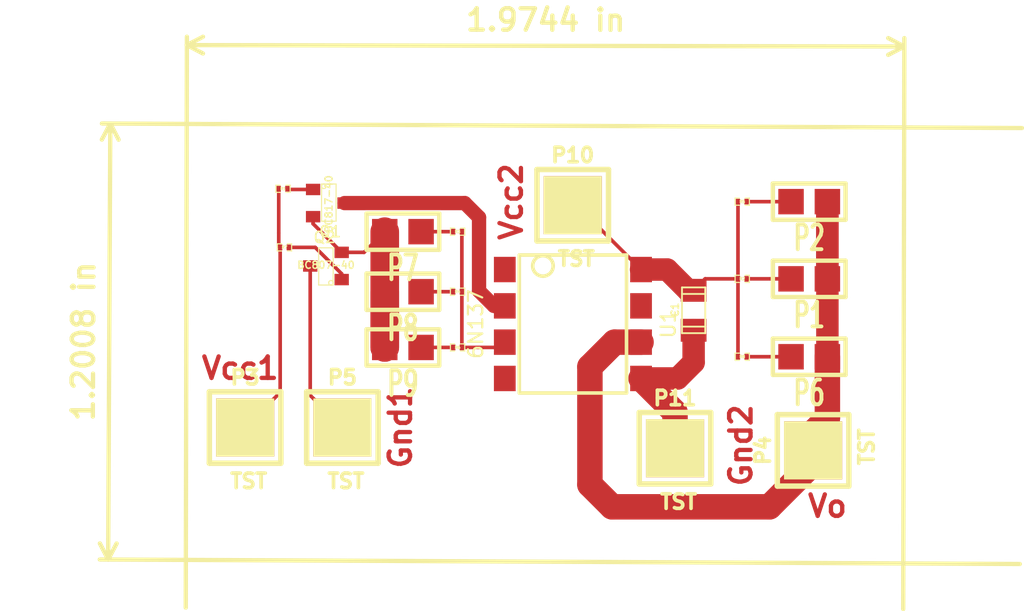
<source format=kicad_pcb>
(kicad_pcb (version 3) (host pcbnew "(2013-07-07 BZR 4022)-stable")

  (general
    (links 30)
    (no_connects 0)
    (area 33.307144 31.36088 80.78804 58)
    (thickness 1.6)
    (drawings 7)
    (tracks 59)
    (zones 0)
    (modules 23)
    (nets 17)
  )

  (page A3)
  (layers
    (15 F.Cu signal)
    (0 B.Cu signal)
    (16 B.Adhes user)
    (17 F.Adhes user)
    (18 B.Paste user)
    (19 F.Paste user)
    (20 B.SilkS user)
    (21 F.SilkS user)
    (22 B.Mask user)
    (23 F.Mask user)
    (24 Dwgs.User user)
    (25 Cmts.User user)
    (26 Eco1.User user)
    (27 Eco2.User user)
    (28 Edge.Cuts user)
  )

  (setup
    (last_trace_width 0.254)
    (user_trace_width 1)
    (user_trace_width 1.57)
    (user_trace_width 1.78)
    (user_trace_width 2)
    (user_trace_width 3)
    (trace_clearance 0.254)
    (zone_clearance 0.508)
    (zone_45_only no)
    (trace_min 0.254)
    (segment_width 0.2)
    (edge_width 0.1)
    (via_size 0.889)
    (via_drill 0.635)
    (via_min_size 0.889)
    (via_min_drill 0.508)
    (uvia_size 0.508)
    (uvia_drill 0.127)
    (uvias_allowed no)
    (uvia_min_size 0.508)
    (uvia_min_drill 0.127)
    (pcb_text_width 0.3)
    (pcb_text_size 1.5 1.5)
    (mod_edge_width 0.25)
    (mod_text_size 1 1)
    (mod_text_width 0.15)
    (pad_size 1.78 1.78)
    (pad_drill 0)
    (pad_to_mask_clearance 0)
    (aux_axis_origin 0 0)
    (visible_elements FFFFFFBF)
    (pcbplotparams
      (layerselection 3178497)
      (usegerberextensions true)
      (excludeedgelayer true)
      (linewidth 0.150000)
      (plotframeref false)
      (viasonmask false)
      (mode 1)
      (useauxorigin false)
      (hpglpennumber 1)
      (hpglpenspeed 20)
      (hpglpendiameter 15)
      (hpglpenoverlay 2)
      (psnegative false)
      (psa4output false)
      (plotreference true)
      (plotvalue true)
      (plotothertext true)
      (plotinvisibletext false)
      (padsonsilk false)
      (subtractmaskfromsilk false)
      (outputformat 1)
      (mirror false)
      (drillshape 1)
      (scaleselection 1)
      (outputdirectory ""))
  )

  (net 0 "")
  (net 1 /VO)
  (net 2 GND)
  (net 3 GNDPWR)
  (net 4 N-000001)
  (net 5 N-0000011)
  (net 6 N-0000012)
  (net 7 N-0000016)
  (net 8 N-0000017)
  (net 9 N-0000018)
  (net 10 N-000002)
  (net 11 N-000003)
  (net 12 N-000006)
  (net 13 N-000007)
  (net 14 N-000008)
  (net 15 VAA)
  (net 16 VCC)

  (net_class Default "This is the default net class."
    (clearance 0.254)
    (trace_width 0.254)
    (via_dia 0.889)
    (via_drill 0.635)
    (uvia_dia 0.508)
    (uvia_drill 0.127)
    (add_net "")
    (add_net /VO)
    (add_net GND)
    (add_net GNDPWR)
    (add_net N-000001)
    (add_net N-0000011)
    (add_net N-0000012)
    (add_net N-0000016)
    (add_net N-0000017)
    (add_net N-0000018)
    (add_net N-000002)
    (add_net N-000003)
    (add_net N-000006)
    (add_net N-000007)
    (add_net N-000008)
    (add_net VAA)
    (add_net VCC)
  )

  (net_class ancho ""
    (clearance 0.254)
    (trace_width 2)
    (via_dia 0.889)
    (via_drill 0.635)
    (uvia_dia 0.508)
    (uvia_drill 0.127)
  )

  (module SOT23 (layer F.Cu) (tedit 5051A6D7) (tstamp 53161E58)
    (at 42.3 35.6 270)
    (tags SOT23)
    (path /53155AE4)
    (fp_text reference Q1 (at 1.99898 -0.09906 360) (layer F.SilkS)
      (effects (font (size 0.762 0.762) (thickness 0.11938)))
    )
    (fp_text value BC817-40 (at 0.0635 0 270) (layer F.SilkS)
      (effects (font (size 0.50038 0.50038) (thickness 0.09906)))
    )
    (fp_circle (center -1.17602 0.35052) (end -1.30048 0.44958) (layer F.SilkS) (width 0.07874))
    (fp_line (start 1.27 -0.508) (end 1.27 0.508) (layer F.SilkS) (width 0.07874))
    (fp_line (start -1.3335 -0.508) (end -1.3335 0.508) (layer F.SilkS) (width 0.07874))
    (fp_line (start 1.27 0.508) (end -1.3335 0.508) (layer F.SilkS) (width 0.07874))
    (fp_line (start -1.3335 -0.508) (end 1.27 -0.508) (layer F.SilkS) (width 0.07874))
    (pad 3 smd rect (at 0 -1.09982 270) (size 0.8001 1.00076)
      (layers F.Cu F.Paste F.Mask)
      (net 15 VAA)
    )
    (pad 2 smd rect (at 0.9525 1.09982 270) (size 0.8001 1.00076)
      (layers F.Cu F.Paste F.Mask)
      (net 5 N-0000011)
    )
    (pad 1 smd rect (at -0.9525 1.09982 270) (size 0.8001 1.00076)
      (layers F.Cu F.Paste F.Mask)
      (net 11 N-000003)
    )
    (model smd\SOT23_3.wrl
      (at (xyz 0 0 0))
      (scale (xyz 0.4 0.4 0.4))
      (rotate (xyz 0 0 180))
    )
  )

  (module SOT23 (layer F.Cu) (tedit 53162179) (tstamp 53161E64)
    (at 42.1 40 90)
    (tags SOT23)
    (path /53155AF3)
    (fp_text reference Q2 (at 1.99898 -0.09906 180) (layer F.SilkS)
      (effects (font (size 0.762 0.762) (thickness 0.11938)))
    )
    (fp_text value BC807-40 (at 0.0635 0 180) (layer F.SilkS)
      (effects (font (size 0.50038 0.50038) (thickness 0.09906)))
    )
    (fp_circle (center -1.17602 0.35052) (end -1.30048 0.44958) (layer F.SilkS) (width 0.07874))
    (fp_line (start 1.27 -0.508) (end 1.27 0.508) (layer F.SilkS) (width 0.07874))
    (fp_line (start -1.3335 -0.508) (end -1.3335 0.508) (layer F.SilkS) (width 0.07874))
    (fp_line (start 1.27 0.508) (end -1.3335 0.508) (layer F.SilkS) (width 0.07874))
    (fp_line (start -1.3335 -0.508) (end 1.27 -0.508) (layer F.SilkS) (width 0.07874))
    (pad 3 smd rect (at 0 -1.09982 90) (size 0.8001 1.00076)
      (layers F.Cu F.Paste F.Mask)
      (net 3 GNDPWR)
    )
    (pad 2 smd rect (at 0.9525 1.09982 90) (size 0.8001 1.00076)
      (layers F.Cu F.Paste F.Mask)
      (net 5 N-0000011)
    )
    (pad 1 smd rect (at -0.9525 1.09982 90) (size 0.8001 1.00076)
      (layers F.Cu F.Paste F.Mask)
      (net 4 N-000001)
    )
    (model smd\SOT23_3.wrl
      (at (xyz 0 0 0))
      (scale (xyz 0.4 0.4 0.4))
      (rotate (xyz 0 0 180))
    )
  )

  (module SM0201_r (layer F.Cu) (tedit 5141B606) (tstamp 53161E71)
    (at 51.3 37.6)
    (path /53155B2C)
    (attr smd)
    (fp_text reference R3 (at 0 0) (layer F.SilkS)
      (effects (font (size 0.2 0.2) (thickness 0.05)))
    )
    (fp_text value 820 (at 0 0) (layer F.SilkS) hide
      (effects (font (size 0.2 0.2) (thickness 0.05)))
    )
    (fp_line (start 0.2 -0.25) (end 0.45 -0.25) (layer F.SilkS) (width 0.08))
    (fp_line (start 0.45 -0.25) (end 0.5 -0.25) (layer F.SilkS) (width 0.08))
    (fp_line (start 0.5 -0.25) (end 0.5 0.25) (layer F.SilkS) (width 0.08))
    (fp_line (start 0.5 0.25) (end 0.2 0.25) (layer F.SilkS) (width 0.08))
    (fp_line (start -0.2 -0.25) (end -0.5 -0.25) (layer F.SilkS) (width 0.08))
    (fp_line (start -0.5 -0.25) (end -0.5 0.25) (layer F.SilkS) (width 0.08))
    (fp_line (start -0.5 0.25) (end -0.2 0.25) (layer F.SilkS) (width 0.08))
    (pad 1 smd rect (at -0.3 0) (size 0.3 0.4)
      (layers F.Cu F.Paste F.Mask)
      (net 7 N-0000016)
    )
    (pad 2 smd rect (at 0.3 0) (size 0.3 0.4)
      (layers F.Cu F.Paste F.Mask)
      (net 9 N-0000018)
    )
    (model smd/resistors/R0201.wrl
      (at (xyz 0 0 0))
      (scale (xyz 0.18 0.18 0.18))
      (rotate (xyz 0 0 0))
    )
  )

  (module SM0201_r (layer F.Cu) (tedit 5141B606) (tstamp 53161E7E)
    (at 51.3 41.8)
    (path /53155B5C)
    (attr smd)
    (fp_text reference R4 (at 0 0) (layer F.SilkS)
      (effects (font (size 0.2 0.2) (thickness 0.05)))
    )
    (fp_text value 390 (at 0 0) (layer F.SilkS) hide
      (effects (font (size 0.2 0.2) (thickness 0.05)))
    )
    (fp_line (start 0.2 -0.25) (end 0.45 -0.25) (layer F.SilkS) (width 0.08))
    (fp_line (start 0.45 -0.25) (end 0.5 -0.25) (layer F.SilkS) (width 0.08))
    (fp_line (start 0.5 -0.25) (end 0.5 0.25) (layer F.SilkS) (width 0.08))
    (fp_line (start 0.5 0.25) (end 0.2 0.25) (layer F.SilkS) (width 0.08))
    (fp_line (start -0.2 -0.25) (end -0.5 -0.25) (layer F.SilkS) (width 0.08))
    (fp_line (start -0.5 -0.25) (end -0.5 0.25) (layer F.SilkS) (width 0.08))
    (fp_line (start -0.5 0.25) (end -0.2 0.25) (layer F.SilkS) (width 0.08))
    (pad 1 smd rect (at -0.3 0) (size 0.3 0.4)
      (layers F.Cu F.Paste F.Mask)
      (net 6 N-0000012)
    )
    (pad 2 smd rect (at 0.3 0) (size 0.3 0.4)
      (layers F.Cu F.Paste F.Mask)
      (net 9 N-0000018)
    )
    (model smd/resistors/R0201.wrl
      (at (xyz 0 0 0))
      (scale (xyz 0.18 0.18 0.18))
      (rotate (xyz 0 0 0))
    )
  )

  (module SM0201_r (layer F.Cu) (tedit 5141B606) (tstamp 53161E8B)
    (at 51.3 45.7)
    (path /53155B62)
    (attr smd)
    (fp_text reference R6 (at 0 0) (layer F.SilkS)
      (effects (font (size 0.2 0.2) (thickness 0.05)))
    )
    (fp_text value 180 (at 0 0) (layer F.SilkS) hide
      (effects (font (size 0.2 0.2) (thickness 0.05)))
    )
    (fp_line (start 0.2 -0.25) (end 0.45 -0.25) (layer F.SilkS) (width 0.08))
    (fp_line (start 0.45 -0.25) (end 0.5 -0.25) (layer F.SilkS) (width 0.08))
    (fp_line (start 0.5 -0.25) (end 0.5 0.25) (layer F.SilkS) (width 0.08))
    (fp_line (start 0.5 0.25) (end 0.2 0.25) (layer F.SilkS) (width 0.08))
    (fp_line (start -0.2 -0.25) (end -0.5 -0.25) (layer F.SilkS) (width 0.08))
    (fp_line (start -0.5 -0.25) (end -0.5 0.25) (layer F.SilkS) (width 0.08))
    (fp_line (start -0.5 0.25) (end -0.2 0.25) (layer F.SilkS) (width 0.08))
    (pad 1 smd rect (at -0.3 0) (size 0.3 0.4)
      (layers F.Cu F.Paste F.Mask)
      (net 8 N-0000017)
    )
    (pad 2 smd rect (at 0.3 0) (size 0.3 0.4)
      (layers F.Cu F.Paste F.Mask)
      (net 9 N-0000018)
    )
    (model smd/resistors/R0201.wrl
      (at (xyz 0 0 0))
      (scale (xyz 0.18 0.18 0.18))
      (rotate (xyz 0 0 0))
    )
  )

  (module SM0201_r (layer F.Cu) (tedit 5141B606) (tstamp 53161E98)
    (at 39.2 38.7)
    (path /5315665C)
    (attr smd)
    (fp_text reference R7 (at 0 0) (layer F.SilkS)
      (effects (font (size 0.2 0.2) (thickness 0.05)))
    )
    (fp_text value 10k (at 0 0) (layer F.SilkS) hide
      (effects (font (size 0.2 0.2) (thickness 0.05)))
    )
    (fp_line (start 0.2 -0.25) (end 0.45 -0.25) (layer F.SilkS) (width 0.08))
    (fp_line (start 0.45 -0.25) (end 0.5 -0.25) (layer F.SilkS) (width 0.08))
    (fp_line (start 0.5 -0.25) (end 0.5 0.25) (layer F.SilkS) (width 0.08))
    (fp_line (start 0.5 0.25) (end 0.2 0.25) (layer F.SilkS) (width 0.08))
    (fp_line (start -0.2 -0.25) (end -0.5 -0.25) (layer F.SilkS) (width 0.08))
    (fp_line (start -0.5 -0.25) (end -0.5 0.25) (layer F.SilkS) (width 0.08))
    (fp_line (start -0.5 0.25) (end -0.2 0.25) (layer F.SilkS) (width 0.08))
    (pad 1 smd rect (at -0.3 0) (size 0.3 0.4)
      (layers F.Cu F.Paste F.Mask)
      (net 10 N-000002)
    )
    (pad 2 smd rect (at 0.3 0) (size 0.3 0.4)
      (layers F.Cu F.Paste F.Mask)
      (net 4 N-000001)
    )
    (model smd/resistors/R0201.wrl
      (at (xyz 0 0 0))
      (scale (xyz 0.18 0.18 0.18))
      (rotate (xyz 0 0 0))
    )
  )

  (module SM0201_r (layer F.Cu) (tedit 5141B606) (tstamp 531623A7)
    (at 39.1 34.6)
    (path /5315664F)
    (attr smd)
    (fp_text reference R1 (at 0 0) (layer F.SilkS)
      (effects (font (size 0.2 0.2) (thickness 0.05)))
    )
    (fp_text value 10k (at 0 0) (layer F.SilkS) hide
      (effects (font (size 0.2 0.2) (thickness 0.05)))
    )
    (fp_line (start 0.2 -0.25) (end 0.45 -0.25) (layer F.SilkS) (width 0.08))
    (fp_line (start 0.45 -0.25) (end 0.5 -0.25) (layer F.SilkS) (width 0.08))
    (fp_line (start 0.5 -0.25) (end 0.5 0.25) (layer F.SilkS) (width 0.08))
    (fp_line (start 0.5 0.25) (end 0.2 0.25) (layer F.SilkS) (width 0.08))
    (fp_line (start -0.2 -0.25) (end -0.5 -0.25) (layer F.SilkS) (width 0.08))
    (fp_line (start -0.5 -0.25) (end -0.5 0.25) (layer F.SilkS) (width 0.08))
    (fp_line (start -0.5 0.25) (end -0.2 0.25) (layer F.SilkS) (width 0.08))
    (pad 1 smd rect (at -0.3 0) (size 0.3 0.4)
      (layers F.Cu F.Paste F.Mask)
      (net 10 N-000002)
    )
    (pad 2 smd rect (at 0.3 0) (size 0.3 0.4)
      (layers F.Cu F.Paste F.Mask)
      (net 11 N-000003)
    )
    (model smd/resistors/R0201.wrl
      (at (xyz 0 0 0))
      (scale (xyz 0.18 0.18 0.18))
      (rotate (xyz 0 0 0))
    )
  )

  (module SM0201_r (layer F.Cu) (tedit 5141B606) (tstamp 53161EB2)
    (at 71.2 46.35 180)
    (path /53155F3C)
    (attr smd)
    (fp_text reference R8 (at 0 0 180) (layer F.SilkS)
      (effects (font (size 0.2 0.2) (thickness 0.05)))
    )
    (fp_text value 470 (at 0 0 180) (layer F.SilkS) hide
      (effects (font (size 0.2 0.2) (thickness 0.05)))
    )
    (fp_line (start 0.2 -0.25) (end 0.45 -0.25) (layer F.SilkS) (width 0.08))
    (fp_line (start 0.45 -0.25) (end 0.5 -0.25) (layer F.SilkS) (width 0.08))
    (fp_line (start 0.5 -0.25) (end 0.5 0.25) (layer F.SilkS) (width 0.08))
    (fp_line (start 0.5 0.25) (end 0.2 0.25) (layer F.SilkS) (width 0.08))
    (fp_line (start -0.2 -0.25) (end -0.5 -0.25) (layer F.SilkS) (width 0.08))
    (fp_line (start -0.5 -0.25) (end -0.5 0.25) (layer F.SilkS) (width 0.08))
    (fp_line (start -0.5 0.25) (end -0.2 0.25) (layer F.SilkS) (width 0.08))
    (pad 1 smd rect (at -0.3 0 180) (size 0.3 0.4)
      (layers F.Cu F.Paste F.Mask)
      (net 12 N-000006)
    )
    (pad 2 smd rect (at 0.3 0 180) (size 0.3 0.4)
      (layers F.Cu F.Paste F.Mask)
      (net 16 VCC)
    )
    (model smd/resistors/R0201.wrl
      (at (xyz 0 0 0))
      (scale (xyz 0.18 0.18 0.18))
      (rotate (xyz 0 0 0))
    )
  )

  (module SM0201_r (layer F.Cu) (tedit 5141B606) (tstamp 53161EBF)
    (at 71.2 35.5 180)
    (path /53155F36)
    (attr smd)
    (fp_text reference R5 (at 0 0 180) (layer F.SilkS)
      (effects (font (size 0.2 0.2) (thickness 0.05)))
    )
    (fp_text value 1k (at 0 0 180) (layer F.SilkS) hide
      (effects (font (size 0.2 0.2) (thickness 0.05)))
    )
    (fp_line (start 0.2 -0.25) (end 0.45 -0.25) (layer F.SilkS) (width 0.08))
    (fp_line (start 0.45 -0.25) (end 0.5 -0.25) (layer F.SilkS) (width 0.08))
    (fp_line (start 0.5 -0.25) (end 0.5 0.25) (layer F.SilkS) (width 0.08))
    (fp_line (start 0.5 0.25) (end 0.2 0.25) (layer F.SilkS) (width 0.08))
    (fp_line (start -0.2 -0.25) (end -0.5 -0.25) (layer F.SilkS) (width 0.08))
    (fp_line (start -0.5 -0.25) (end -0.5 0.25) (layer F.SilkS) (width 0.08))
    (fp_line (start -0.5 0.25) (end -0.2 0.25) (layer F.SilkS) (width 0.08))
    (pad 1 smd rect (at -0.3 0 180) (size 0.3 0.4)
      (layers F.Cu F.Paste F.Mask)
      (net 13 N-000007)
    )
    (pad 2 smd rect (at 0.3 0 180) (size 0.3 0.4)
      (layers F.Cu F.Paste F.Mask)
      (net 16 VCC)
    )
    (model smd/resistors/R0201.wrl
      (at (xyz 0 0 0))
      (scale (xyz 0.18 0.18 0.18))
      (rotate (xyz 0 0 0))
    )
  )

  (module SM0201_r (layer F.Cu) (tedit 5141B606) (tstamp 53161ECC)
    (at 71.2 40.9 180)
    (path /53155F29)
    (attr smd)
    (fp_text reference R2 (at 0 0 180) (layer F.SilkS)
      (effects (font (size 0.2 0.2) (thickness 0.05)))
    )
    (fp_text value 10k (at 0 0 180) (layer F.SilkS) hide
      (effects (font (size 0.2 0.2) (thickness 0.05)))
    )
    (fp_line (start 0.2 -0.25) (end 0.45 -0.25) (layer F.SilkS) (width 0.08))
    (fp_line (start 0.45 -0.25) (end 0.5 -0.25) (layer F.SilkS) (width 0.08))
    (fp_line (start 0.5 -0.25) (end 0.5 0.25) (layer F.SilkS) (width 0.08))
    (fp_line (start 0.5 0.25) (end 0.2 0.25) (layer F.SilkS) (width 0.08))
    (fp_line (start -0.2 -0.25) (end -0.5 -0.25) (layer F.SilkS) (width 0.08))
    (fp_line (start -0.5 -0.25) (end -0.5 0.25) (layer F.SilkS) (width 0.08))
    (fp_line (start -0.5 0.25) (end -0.2 0.25) (layer F.SilkS) (width 0.08))
    (pad 1 smd rect (at -0.3 0 180) (size 0.3 0.4)
      (layers F.Cu F.Paste F.Mask)
      (net 14 N-000008)
    )
    (pad 2 smd rect (at 0.3 0 180) (size 0.3 0.4)
      (layers F.Cu F.Paste F.Mask)
      (net 16 VCC)
    )
    (model smd/resistors/R0201.wrl
      (at (xyz 0 0 0))
      (scale (xyz 0.18 0.18 0.18))
      (rotate (xyz 0 0 0))
    )
  )

  (module c_1206 (layer F.Cu) (tedit 490473F0) (tstamp 53161F2F)
    (at 67.8 43.1 90)
    (descr "SMT capacitor, 1206")
    (path /5315FA58)
    (fp_text reference C1 (at 0.0254 -1.2954 90) (layer F.SilkS)
      (effects (font (size 0.50038 0.50038) (thickness 0.11938)))
    )
    (fp_text value 0.1u (at 0 1.27 90) (layer F.SilkS) hide
      (effects (font (size 0.50038 0.50038) (thickness 0.11938)))
    )
    (fp_line (start 1.143 0.8128) (end 1.143 -0.8128) (layer F.SilkS) (width 0.127))
    (fp_line (start -1.143 -0.8128) (end -1.143 0.8128) (layer F.SilkS) (width 0.127))
    (fp_line (start -1.6002 -0.8128) (end -1.6002 0.8128) (layer F.SilkS) (width 0.127))
    (fp_line (start -1.6002 0.8128) (end 1.6002 0.8128) (layer F.SilkS) (width 0.127))
    (fp_line (start 1.6002 0.8128) (end 1.6002 -0.8128) (layer F.SilkS) (width 0.127))
    (fp_line (start 1.6002 -0.8128) (end -1.6002 -0.8128) (layer F.SilkS) (width 0.127))
    (pad 1 smd rect (at 1.397 0 90) (size 1.6002 1.8034)
      (layers F.Cu F.Paste F.Mask)
      (net 16 VCC)
    )
    (pad 2 smd rect (at -1.397 0 90) (size 1.6002 1.8034)
      (layers F.Cu F.Paste F.Mask)
      (net 2 GND)
    )
    (model smd/capacitors/c_1206.wrl
      (at (xyz 0 0 0))
      (scale (xyz 1 1 1))
      (rotate (xyz 0 0 0))
    )
  )

  (module 6N137 (layer F.Cu) (tedit 5315F46D) (tstamp 53161F40)
    (at 54.6 40.25 270)
    (path /53155AC1)
    (fp_text reference U1 (at 3.81 -11.43 270) (layer F.SilkS)
      (effects (font (size 1 1) (thickness 0.15)))
    )
    (fp_text value 6N137 (at 3.81 2.032 270) (layer F.SilkS)
      (effects (font (size 1 1) (thickness 0.15)))
    )
    (fp_circle (center -0.254 -2.667) (end 0.254 -2.159) (layer F.SilkS) (width 0.25))
    (fp_line (start 8.636 -8.509) (end 8.636 -1.016) (layer F.SilkS) (width 0.25))
    (fp_line (start -1.016 -8.509) (end -1.016 -1.016) (layer F.SilkS) (width 0.25))
    (fp_line (start -1.016 -8.509) (end 8.636 -8.509) (layer F.SilkS) (width 0.25))
    (fp_line (start 8.636 -1.016) (end -1.016 -1.016) (layer F.SilkS) (width 0.25))
    (pad 1 smd rect (at 0 0 270) (size 1.78 1.52)
      (layers F.Cu F.Paste F.Mask)
    )
    (pad 2 smd rect (at 2.54 0 270) (size 1.78 1.52)
      (layers F.Cu F.Paste F.Mask)
      (net 15 VAA)
    )
    (pad 3 smd rect (at 5.08 0 270) (size 1.78 1.52)
      (layers F.Cu F.Paste F.Mask)
      (net 9 N-0000018)
    )
    (pad 4 smd rect (at 7.62 0 270) (size 1.78 1.52)
      (layers F.Cu F.Paste F.Mask)
    )
    (pad 5 smd rect (at 7.62 -9.525 270) (size 1.78 1.52)
      (layers F.Cu F.Paste F.Mask)
      (net 2 GND)
    )
    (pad 6 smd rect (at 5.08 -9.525 270) (size 1.78 1.52)
      (layers F.Cu F.Paste F.Mask)
      (net 1 /VO)
    )
    (pad 7 smd rect (at 2.54 -9.525 270) (size 1.78 1.52)
      (layers F.Cu F.Paste F.Mask)
    )
    (pad 8 smd rect (at 0 -9.525 270) (size 1.78 1.52)
      (layers F.Cu F.Paste F.Mask)
      (net 16 VCC)
    )
  )

  (module 2pin_SMD (layer F.Cu) (tedit 53162D86) (tstamp 53168ADC)
    (at 48.75 37.6 180)
    (descr "Connecteurs 2 pins")
    (tags "CONN DEV")
    (path /53155B6A)
    (fp_text reference P7 (at 1.27 -2.54 180) (layer F.SilkS)
      (effects (font (size 1.72974 1.08712) (thickness 0.27178)))
    )
    (fp_text value CONN_2 (at 1.27 2.54 180) (layer F.SilkS) hide
      (effects (font (size 1.524 1.016) (thickness 0.3048)))
    )
    (fp_line (start -1.27 1.27) (end -1.27 -1.27) (layer F.SilkS) (width 0.3048))
    (fp_line (start -1.27 -1.27) (end 3.81 -1.27) (layer F.SilkS) (width 0.3048))
    (fp_line (start 3.81 -1.27) (end 3.81 1.27) (layer F.SilkS) (width 0.3048))
    (fp_line (start 3.81 1.27) (end -1.27 1.27) (layer F.SilkS) (width 0.3048))
    (pad 1 smd rect (at 0 0 180) (size 1.78 1.78)
      (layers F.Cu F.Paste F.Mask)
      (net 7 N-0000016)
    )
    (pad 2 smd rect (at 2.54 0 180) (size 1.78 1.78)
      (layers F.Cu F.Paste F.Mask)
      (net 5 N-0000011)
    )
  )

  (module 2pin_SMD (layer F.Cu) (tedit 53162D86) (tstamp 53168AE6)
    (at 48.75 41.8 180)
    (descr "Connecteurs 2 pins")
    (tags "CONN DEV")
    (path /53155B81)
    (fp_text reference P8 (at 1.27 -2.54 180) (layer F.SilkS)
      (effects (font (size 1.72974 1.08712) (thickness 0.27178)))
    )
    (fp_text value CONN_2 (at 1.27 2.54 180) (layer F.SilkS) hide
      (effects (font (size 1.524 1.016) (thickness 0.3048)))
    )
    (fp_line (start -1.27 1.27) (end -1.27 -1.27) (layer F.SilkS) (width 0.3048))
    (fp_line (start -1.27 -1.27) (end 3.81 -1.27) (layer F.SilkS) (width 0.3048))
    (fp_line (start 3.81 -1.27) (end 3.81 1.27) (layer F.SilkS) (width 0.3048))
    (fp_line (start 3.81 1.27) (end -1.27 1.27) (layer F.SilkS) (width 0.3048))
    (pad 1 smd rect (at 0 0 180) (size 1.78 1.78)
      (layers F.Cu F.Paste F.Mask)
      (net 6 N-0000012)
    )
    (pad 2 smd rect (at 2.54 0 180) (size 1.78 1.78)
      (layers F.Cu F.Paste F.Mask)
      (net 5 N-0000011)
    )
  )

  (module 2pin_SMD (layer F.Cu) (tedit 53162D86) (tstamp 53168AF0)
    (at 48.75 45.7 180)
    (descr "Connecteurs 2 pins")
    (tags "CONN DEV")
    (path /53155B87)
    (fp_text reference P9 (at 1.27 -2.54 180) (layer F.SilkS)
      (effects (font (size 1.72974 1.08712) (thickness 0.27178)))
    )
    (fp_text value CONN_2 (at 1.27 2.54 180) (layer F.SilkS) hide
      (effects (font (size 1.524 1.016) (thickness 0.3048)))
    )
    (fp_line (start -1.27 1.27) (end -1.27 -1.27) (layer F.SilkS) (width 0.3048))
    (fp_line (start -1.27 -1.27) (end 3.81 -1.27) (layer F.SilkS) (width 0.3048))
    (fp_line (start 3.81 -1.27) (end 3.81 1.27) (layer F.SilkS) (width 0.3048))
    (fp_line (start 3.81 1.27) (end -1.27 1.27) (layer F.SilkS) (width 0.3048))
    (pad 1 smd rect (at 0 0 180) (size 1.78 1.78)
      (layers F.Cu F.Paste F.Mask)
      (net 8 N-0000017)
    )
    (pad 2 smd rect (at 2.54 0 180) (size 1.78 1.78)
      (layers F.Cu F.Paste F.Mask)
      (net 5 N-0000011)
    )
  )

  (module 2pin_SMD (layer F.Cu) (tedit 53162D86) (tstamp 53168AFA)
    (at 77.15 40.9 180)
    (descr "Connecteurs 2 pins")
    (tags "CONN DEV")
    (path /53155DFF)
    (fp_text reference P1 (at 1.27 -2.54 180) (layer F.SilkS)
      (effects (font (size 1.72974 1.08712) (thickness 0.27178)))
    )
    (fp_text value CONN_2 (at 1.27 2.54 180) (layer F.SilkS) hide
      (effects (font (size 1.524 1.016) (thickness 0.3048)))
    )
    (fp_line (start -1.27 1.27) (end -1.27 -1.27) (layer F.SilkS) (width 0.3048))
    (fp_line (start -1.27 -1.27) (end 3.81 -1.27) (layer F.SilkS) (width 0.3048))
    (fp_line (start 3.81 -1.27) (end 3.81 1.27) (layer F.SilkS) (width 0.3048))
    (fp_line (start 3.81 1.27) (end -1.27 1.27) (layer F.SilkS) (width 0.3048))
    (pad 1 smd rect (at 0 0 180) (size 1.78 1.78)
      (layers F.Cu F.Paste F.Mask)
      (net 1 /VO)
    )
    (pad 2 smd rect (at 2.54 0 180) (size 1.78 1.78)
      (layers F.Cu F.Paste F.Mask)
      (net 14 N-000008)
    )
  )

  (module 2pin_SMD (layer F.Cu) (tedit 53162D86) (tstamp 53168B04)
    (at 77.15 35.5 180)
    (descr "Connecteurs 2 pins")
    (tags "CONN DEV")
    (path /53155E05)
    (fp_text reference P2 (at 1.27 -2.54 180) (layer F.SilkS)
      (effects (font (size 1.72974 1.08712) (thickness 0.27178)))
    )
    (fp_text value CONN_2 (at 1.27 2.54 180) (layer F.SilkS) hide
      (effects (font (size 1.524 1.016) (thickness 0.3048)))
    )
    (fp_line (start -1.27 1.27) (end -1.27 -1.27) (layer F.SilkS) (width 0.3048))
    (fp_line (start -1.27 -1.27) (end 3.81 -1.27) (layer F.SilkS) (width 0.3048))
    (fp_line (start 3.81 -1.27) (end 3.81 1.27) (layer F.SilkS) (width 0.3048))
    (fp_line (start 3.81 1.27) (end -1.27 1.27) (layer F.SilkS) (width 0.3048))
    (pad 1 smd rect (at 0 0 180) (size 1.78 1.78)
      (layers F.Cu F.Paste F.Mask)
      (net 1 /VO)
    )
    (pad 2 smd rect (at 2.54 0 180) (size 1.78 1.78)
      (layers F.Cu F.Paste F.Mask)
      (net 13 N-000007)
    )
  )

  (module 2pin_SMD (layer F.Cu) (tedit 53162D86) (tstamp 53168B0E)
    (at 77.15 46.35 180)
    (descr "Connecteurs 2 pins")
    (tags "CONN DEV")
    (path /53155E0B)
    (fp_text reference P6 (at 1.27 -2.54 180) (layer F.SilkS)
      (effects (font (size 1.72974 1.08712) (thickness 0.27178)))
    )
    (fp_text value CONN_2 (at 1.27 2.54 180) (layer F.SilkS) hide
      (effects (font (size 1.524 1.016) (thickness 0.3048)))
    )
    (fp_line (start -1.27 1.27) (end -1.27 -1.27) (layer F.SilkS) (width 0.3048))
    (fp_line (start -1.27 -1.27) (end 3.81 -1.27) (layer F.SilkS) (width 0.3048))
    (fp_line (start 3.81 -1.27) (end 3.81 1.27) (layer F.SilkS) (width 0.3048))
    (fp_line (start 3.81 1.27) (end -1.27 1.27) (layer F.SilkS) (width 0.3048))
    (pad 1 smd rect (at 0 0 180) (size 1.78 1.78)
      (layers F.Cu F.Paste F.Mask)
      (net 1 /VO)
    )
    (pad 2 smd rect (at 2.54 0 180) (size 1.78 1.78)
      (layers F.Cu F.Paste F.Mask)
      (net 12 N-000006)
    )
  )

  (module 1PIN_SMD (layer F.Cu) (tedit 4F3E5BF2) (tstamp 53168B17)
    (at 36.45 51.3)
    (descr "module 1 pin (ou trou mecanique de percage)")
    (tags DEV)
    (path /5315674F)
    (fp_text reference P3 (at 0 -3.50012) (layer F.SilkS)
      (effects (font (size 1.016 1.016) (thickness 0.254)))
    )
    (fp_text value TST (at 0.24892 3.74904) (layer F.SilkS)
      (effects (font (size 1.016 1.016) (thickness 0.254)))
    )
    (fp_line (start -2.49936 -2.49936) (end 2.49936 -2.49936) (layer F.SilkS) (width 0.381))
    (fp_line (start 2.49936 -2.49936) (end 2.49936 2.49936) (layer F.SilkS) (width 0.381))
    (fp_line (start 2.49936 2.49936) (end -2.49936 2.49936) (layer F.SilkS) (width 0.381))
    (fp_line (start -2.49936 2.49936) (end -2.49936 -2.49936) (layer F.SilkS) (width 0.381))
    (pad 1 smd rect (at 0 0) (size 4.064 4.064)
      (layers F.Cu F.Paste F.SilkS F.Mask)
      (net 10 N-000002)
    )
  )

  (module 1PIN_SMD (layer F.Cu) (tedit 4F3E5BF2) (tstamp 53168B20)
    (at 43.25 51.3)
    (descr "module 1 pin (ou trou mecanique de percage)")
    (tags DEV)
    (path /5315675C)
    (fp_text reference P5 (at 0 -3.50012) (layer F.SilkS)
      (effects (font (size 1.016 1.016) (thickness 0.254)))
    )
    (fp_text value TST (at 0.24892 3.74904) (layer F.SilkS)
      (effects (font (size 1.016 1.016) (thickness 0.254)))
    )
    (fp_line (start -2.49936 -2.49936) (end 2.49936 -2.49936) (layer F.SilkS) (width 0.381))
    (fp_line (start 2.49936 -2.49936) (end 2.49936 2.49936) (layer F.SilkS) (width 0.381))
    (fp_line (start 2.49936 2.49936) (end -2.49936 2.49936) (layer F.SilkS) (width 0.381))
    (fp_line (start -2.49936 2.49936) (end -2.49936 -2.49936) (layer F.SilkS) (width 0.381))
    (pad 1 smd rect (at 0 0) (size 4.064 4.064)
      (layers F.Cu F.Paste F.SilkS F.Mask)
      (net 3 GNDPWR)
    )
  )

  (module 1PIN_SMD (layer F.Cu) (tedit 4F3E5BF2) (tstamp 53168B29)
    (at 76.15 52.9 90)
    (descr "module 1 pin (ou trou mecanique de percage)")
    (tags DEV)
    (path /5315FC27)
    (fp_text reference P4 (at 0 -3.50012 90) (layer F.SilkS)
      (effects (font (size 1.016 1.016) (thickness 0.254)))
    )
    (fp_text value TST (at 0.24892 3.74904 90) (layer F.SilkS)
      (effects (font (size 1.016 1.016) (thickness 0.254)))
    )
    (fp_line (start -2.49936 -2.49936) (end 2.49936 -2.49936) (layer F.SilkS) (width 0.381))
    (fp_line (start 2.49936 -2.49936) (end 2.49936 2.49936) (layer F.SilkS) (width 0.381))
    (fp_line (start 2.49936 2.49936) (end -2.49936 2.49936) (layer F.SilkS) (width 0.381))
    (fp_line (start -2.49936 2.49936) (end -2.49936 -2.49936) (layer F.SilkS) (width 0.381))
    (pad 1 smd rect (at 0 0 90) (size 4.064 4.064)
      (layers F.Cu F.Paste F.SilkS F.Mask)
      (net 1 /VO)
    )
  )

  (module 1PIN_SMD (layer F.Cu) (tedit 4F3E5BF2) (tstamp 53168C4E)
    (at 66.5 52.75)
    (descr "module 1 pin (ou trou mecanique de percage)")
    (tags DEV)
    (path /531631CE)
    (fp_text reference P11 (at 0 -3.50012) (layer F.SilkS)
      (effects (font (size 1.016 1.016) (thickness 0.254)))
    )
    (fp_text value TST (at 0.24892 3.74904) (layer F.SilkS)
      (effects (font (size 1.016 1.016) (thickness 0.254)))
    )
    (fp_line (start -2.49936 -2.49936) (end 2.49936 -2.49936) (layer F.SilkS) (width 0.381))
    (fp_line (start 2.49936 -2.49936) (end 2.49936 2.49936) (layer F.SilkS) (width 0.381))
    (fp_line (start 2.49936 2.49936) (end -2.49936 2.49936) (layer F.SilkS) (width 0.381))
    (fp_line (start -2.49936 2.49936) (end -2.49936 -2.49936) (layer F.SilkS) (width 0.381))
    (pad 1 smd rect (at 0 0) (size 4.064 4.064)
      (layers F.Cu F.Paste F.SilkS F.Mask)
      (net 2 GND)
    )
  )

  (module 1PIN_SMD (layer F.Cu) (tedit 4F3E5BF2) (tstamp 53168C57)
    (at 59.35 35.75)
    (descr "module 1 pin (ou trou mecanique de percage)")
    (tags DEV)
    (path /5316322C)
    (fp_text reference P10 (at 0 -3.50012) (layer F.SilkS)
      (effects (font (size 1.016 1.016) (thickness 0.254)))
    )
    (fp_text value TST (at 0.24892 3.74904) (layer F.SilkS)
      (effects (font (size 1.016 1.016) (thickness 0.254)))
    )
    (fp_line (start -2.49936 -2.49936) (end 2.49936 -2.49936) (layer F.SilkS) (width 0.381))
    (fp_line (start 2.49936 -2.49936) (end 2.49936 2.49936) (layer F.SilkS) (width 0.381))
    (fp_line (start 2.49936 2.49936) (end -2.49936 2.49936) (layer F.SilkS) (width 0.381))
    (fp_line (start -2.49936 2.49936) (end -2.49936 -2.49936) (layer F.SilkS) (width 0.381))
    (pad 1 smd rect (at 0 0) (size 4.064 4.064)
      (layers F.Cu F.Paste F.SilkS F.Mask)
      (net 16 VCC)
    )
  )

  (dimension 30.500369 (width 0.3) (layer F.SilkS)
    (gr_text 30,500mm (at 25.601559 45.27997 89.71821975) (layer F.SilkS)
      (effects (font (size 1.5 1.5) (thickness 0.3)))
    )
    (feature1 (pts (xy 90.6 60.85) (xy 24.176576 60.523331)))
    (feature2 (pts (xy 90.75 30.35) (xy 24.326576 30.023331)))
    (crossbar (pts (xy 27.026543 30.036609) (xy 26.876543 60.536609)))
    (arrow1a (pts (xy 26.876543 60.536609) (xy 26.29567 59.407235)))
    (arrow1b (pts (xy 26.876543 60.536609) (xy 27.468496 59.413003)))
    (arrow2a (pts (xy 27.026543 30.036609) (xy 26.43459 31.160215)))
    (arrow2b (pts (xy 27.026543 30.036609) (xy 27.607416 31.165983)))
  )
  (dimension 50.1501 (width 0.3) (layer F.SilkS)
    (gr_text 50,150mm (at 57.456162 23.247566 359.8857513) (layer F.SilkS)
      (effects (font (size 1.5 1.5) (thickness 0.3)))
    )
    (feature1 (pts (xy 82.45 64) (xy 82.533854 21.947569)))
    (feature2 (pts (xy 32.3 63.9) (xy 32.383854 21.847569)))
    (crossbar (pts (xy 32.378471 24.547563) (xy 82.528471 24.647563)))
    (arrow1a (pts (xy 82.528471 24.647563) (xy 81.400801 25.231736)))
    (arrow1b (pts (xy 82.528471 24.647563) (xy 81.403139 24.058898)))
    (arrow2a (pts (xy 32.378471 24.547563) (xy 33.503803 25.136228)))
    (arrow2b (pts (xy 32.378471 24.547563) (xy 33.506141 23.96339)))
  )
  (gr_text "Gnd1\n" (at 47.3 51.3 90) (layer F.Cu)
    (effects (font (size 1.5 1.5) (thickness 0.3)))
  )
  (gr_text Vcc1 (at 36.1 47.15) (layer F.Cu)
    (effects (font (size 1.5 1.5) (thickness 0.3)))
  )
  (gr_text Gnd2 (at 71.1 52.55 90) (layer F.Cu)
    (effects (font (size 1.5 1.5) (thickness 0.3)))
  )
  (gr_text "Vo\n" (at 77.15 56.8) (layer F.Cu)
    (effects (font (size 1.5 1.5) (thickness 0.3)))
  )
  (gr_text Vcc2 (at 55.05 35.5 90) (layer F.Cu)
    (effects (font (size 1.5 1.5) (thickness 0.3)))
  )

  (segment (start 76.15 52.9) (end 76.15 51.65) (width 1.78) (layer F.Cu) (net 1) (status C00000))
  (segment (start 77.15 50.65) (end 77.15 46.35) (width 1.78) (layer F.Cu) (net 1) (tstamp 53168C8B) (status 800000))
  (segment (start 76.15 51.65) (end 77.15 50.65) (width 1.78) (layer F.Cu) (net 1) (tstamp 53168C8A) (status 400000))
  (segment (start 76.15 52.9) (end 76.15 53.8) (width 1.78) (layer F.Cu) (net 1) (status C00000))
  (segment (start 62.27 45.33) (end 64.125 45.33) (width 1.78) (layer F.Cu) (net 1) (tstamp 53168C83) (status 800000))
  (segment (start 60.55 47.05) (end 62.27 45.33) (width 1.78) (layer F.Cu) (net 1) (tstamp 53168C82))
  (segment (start 60.55 55.3) (end 60.55 47.05) (width 1.78) (layer F.Cu) (net 1) (tstamp 53168C81))
  (segment (start 62.1 56.85) (end 60.55 55.3) (width 1.78) (layer F.Cu) (net 1) (tstamp 53168C80))
  (segment (start 73.1 56.85) (end 62.1 56.85) (width 1.78) (layer F.Cu) (net 1) (tstamp 53168C7F))
  (segment (start 76.15 53.8) (end 73.1 56.85) (width 1.78) (layer F.Cu) (net 1) (tstamp 53168C7E) (status 400000))
  (segment (start 77.15 35.5) (end 77.15 40.9) (width 1.57) (layer F.Cu) (net 1))
  (segment (start 77.15 35.5) (end 77.15 46.35) (width 1.57) (layer F.Cu) (net 1))
  (segment (start 66.5 52.75) (end 66.5 50.245) (width 1.78) (layer F.Cu) (net 2) (status 400000))
  (segment (start 66.5 50.245) (end 64.125 47.87) (width 1.78) (layer F.Cu) (net 2) (tstamp 53168C87) (status 800000))
  (segment (start 64.125 47.87) (end 66.68 47.87) (width 1.57) (layer F.Cu) (net 2))
  (segment (start 67.8 46.75) (end 67.8 44.497) (width 1.57) (layer F.Cu) (net 2) (tstamp 53168BCE))
  (segment (start 66.68 47.87) (end 67.8 46.75) (width 1.57) (layer F.Cu) (net 2) (tstamp 53168BCD))
  (segment (start 41.00018 40) (end 41.00018 49.05018) (width 0.254) (layer F.Cu) (net 3) (status 400000))
  (segment (start 41.00018 49.05018) (end 43.25 51.3) (width 0.254) (layer F.Cu) (net 3) (tstamp 53168C97) (status 800000))
  (segment (start 39.5 38.7) (end 41.35 38.7) (width 0.254) (layer F.Cu) (net 4))
  (segment (start 43.19982 40.54982) (end 43.19982 40.9525) (width 0.254) (layer F.Cu) (net 4) (tstamp 53168C09))
  (segment (start 41.35 38.7) (end 43.19982 40.54982) (width 0.254) (layer F.Cu) (net 4) (tstamp 53168C08))
  (segment (start 41.20018 36.5525) (end 41.20018 37.04786) (width 0.254) (layer F.Cu) (net 5))
  (segment (start 41.20018 37.04786) (end 43.19982 39.0475) (width 0.254) (layer F.Cu) (net 5) (tstamp 53168C10))
  (segment (start 43.19982 39.0475) (end 44.7625 39.0475) (width 0.254) (layer F.Cu) (net 5))
  (segment (start 44.7625 39.0475) (end 46.21 37.6) (width 0.254) (layer F.Cu) (net 5) (tstamp 53168C0C))
  (segment (start 46.21 41.8) (end 46.21 45.7) (width 2) (layer F.Cu) (net 5))
  (segment (start 46.21 37.6) (end 46.21 45.7) (width 2) (layer F.Cu) (net 5))
  (segment (start 51 41.8) (end 48.75 41.8) (width 0.254) (layer F.Cu) (net 6))
  (segment (start 48.75 37.6) (end 51 37.6) (width 0.254) (layer F.Cu) (net 7))
  (segment (start 48.75 45.7) (end 51 45.7) (width 0.254) (layer F.Cu) (net 8))
  (segment (start 51.6 37.6) (end 51.6 41.8) (width 0.254) (layer F.Cu) (net 9))
  (segment (start 51.6 45.7) (end 51.6 41.8) (width 0.254) (layer F.Cu) (net 9))
  (segment (start 51.6 45.7) (end 54.23 45.7) (width 0.254) (layer F.Cu) (net 9))
  (segment (start 54.23 45.7) (end 54.6 45.33) (width 0.254) (layer F.Cu) (net 9) (tstamp 53168BAA))
  (segment (start 38.9 38.7) (end 38.9 48.85) (width 0.254) (layer F.Cu) (net 10) (status 400000))
  (segment (start 38.9 48.85) (end 36.45 51.3) (width 0.254) (layer F.Cu) (net 10) (tstamp 53168C92) (status 800000))
  (segment (start 38.8 34.6) (end 38.8 37.7) (width 0.254) (layer F.Cu) (net 10))
  (segment (start 38.8 37.7) (end 38.8 38.6) (width 0.254) (layer F.Cu) (net 10) (tstamp 53168C17))
  (segment (start 38.8 38.6) (end 38.9 38.7) (width 0.254) (layer F.Cu) (net 10) (tstamp 53168BFC))
  (segment (start 41.20018 34.6475) (end 39.4475 34.6475) (width 0.254) (layer F.Cu) (net 11))
  (segment (start 39.4475 34.6475) (end 39.4 34.6) (width 0.254) (layer F.Cu) (net 11) (tstamp 53168BF9))
  (segment (start 71.5 46.35) (end 74.61 46.35) (width 0.254) (layer F.Cu) (net 12))
  (segment (start 71.5 35.5) (end 74.61 35.5) (width 0.254) (layer F.Cu) (net 13))
  (segment (start 71.5 40.9) (end 74.61 40.9) (width 0.254) (layer F.Cu) (net 14))
  (segment (start 54.6 42.79) (end 53.84 42.79) (width 1) (layer F.Cu) (net 15))
  (segment (start 51.8 35.6) (end 43.39982 35.6) (width 1) (layer F.Cu) (net 15) (tstamp 53168BF5))
  (segment (start 52.8 36.6) (end 51.8 35.6) (width 1) (layer F.Cu) (net 15) (tstamp 53168BF4))
  (segment (start 52.8 41.75) (end 52.8 36.6) (width 1) (layer F.Cu) (net 15) (tstamp 53168BF3))
  (segment (start 53.84 42.79) (end 52.8 41.75) (width 1) (layer F.Cu) (net 15) (tstamp 53168BF2))
  (segment (start 59.35 35.75) (end 59.625 35.75) (width 0.254) (layer F.Cu) (net 16) (status C00000))
  (segment (start 59.625 35.75) (end 64.125 40.25) (width 0.254) (layer F.Cu) (net 16) (tstamp 53168C9B) (status C00000))
  (segment (start 70.9 46.35) (end 70.9 40.9) (width 0.254) (layer F.Cu) (net 16))
  (segment (start 70.9 35.5) (end 70.9 40.9) (width 0.254) (layer F.Cu) (net 16))
  (segment (start 70.9 40.9) (end 68.603 40.9) (width 0.254) (layer F.Cu) (net 16))
  (segment (start 68.603 40.9) (end 67.8 41.703) (width 0.254) (layer F.Cu) (net 16) (tstamp 53168BD8))
  (segment (start 67.8 41.703) (end 67.403 41.703) (width 1.57) (layer F.Cu) (net 16))
  (segment (start 65.95 40.25) (end 64.125 40.25) (width 1.57) (layer F.Cu) (net 16) (tstamp 53168BD5))
  (segment (start 67.403 41.703) (end 65.95 40.25) (width 1.57) (layer F.Cu) (net 16) (tstamp 53168BD4))

  (zone (net 2) (net_name GND) (layer F.Cu) (tstamp 53168C7D) (hatch edge 0.508)
    (connect_pads (clearance 0.508))
    (min_thickness 0.254)
    (fill (arc_segments 16) (thermal_gap 0.508) (thermal_bridge_width 0.508))
    (polygon
      (pts
        (xy 69.95 54.3) (xy 69.95 43.7) (xy 66.15 43.6) (xy 66 46.5) (xy 63.1 46.65)
        (xy 63.15 55) (xy 70.05 54.95) (xy 69.95 54.3)
      )
    )
  )
  (zone (net 16) (net_name VCC) (layer F.Cu) (tstamp 53168C86) (hatch edge 0.508)
    (connect_pads (clearance 0.508))
    (min_thickness 0.254)
    (fill (arc_segments 16) (thermal_gap 0.508) (thermal_bridge_width 0.508))
    (polygon
      (pts
        (xy 70.9 32.3) (xy 70.6 38.7) (xy 69.4 42.9) (xy 66.061968 41.729521) (xy 66.1 41.75)
        (xy 64.45 41.4) (xy 64.538888 41.4) (xy 56.45 40.2) (xy 55.55 32.25) (xy 62.2 32.25)
        (xy 70.9 32.3)
      )
    )
  )
)

</source>
